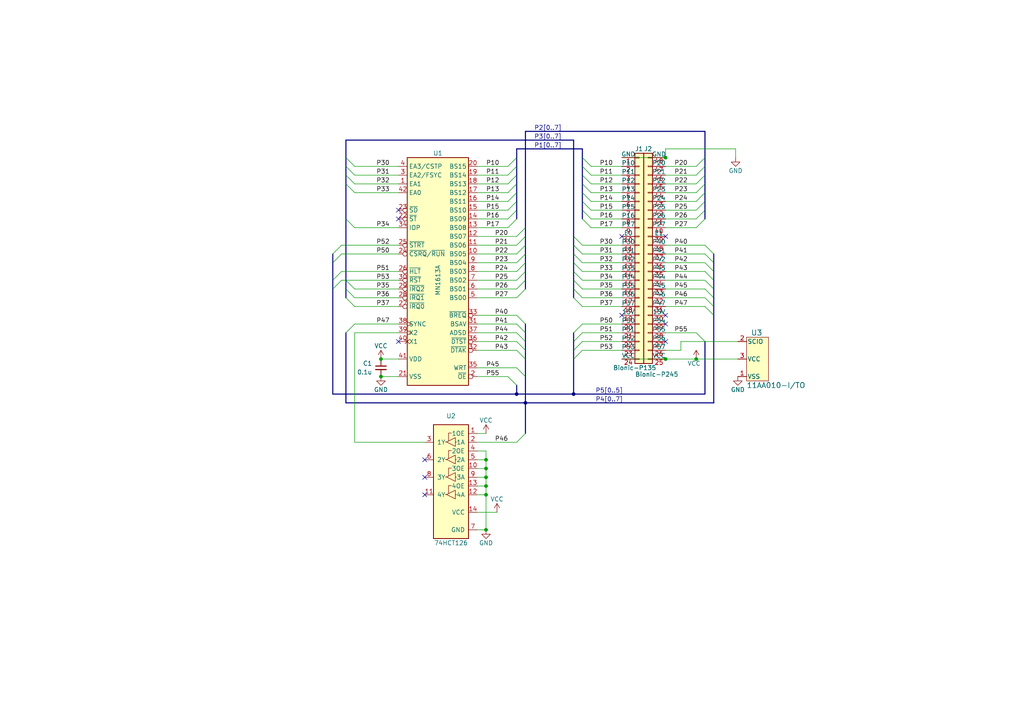
<source format=kicad_sch>
(kicad_sch (version 20230121) (generator eeschema)
  (paper "A4")
  (title_block (title "BionicMN1613A") (date "2022-01-19") (rev "1") (company "Tadashi G. Takaoka"))
  (lib_symbols
    (symbol "0-LocalLibrary:11AA010-I_TO" (pin_names (offset 0.254))
      (property "Reference" "U" (at 2.54 1.27 0))
      (property "Value" "11AA010-I/TO" (at 3.81 -13.97 0))
      (symbol "11AA010-I_TO_1_1"
        (rectangle (start 0 0) (end 6.35 -12.7) (fill (type background)))
        (pin power_in line (at -2.54 -11.43 0) (length 2.54) (name "VSS") (number "1"))
        (pin bidirectional line (at -2.54 -1.27 0) (length 2.54) (name "SCIO") (number "2"))
        (pin power_in line (at -2.54 -6.35 0) (length 2.54) (name "VCC") (number "3"))
      )
    )
    (symbol "0-LocalLibrary:74HCT126" (pin_names (offset 1.016))
      (property "Reference" "U" (at 0 16.51 0))
      (property "Value" "74HCT126" (at 0 -19.05 0))
      (symbol "74HCT126_0_1"
        (polyline (pts (xy -1.2954 10.2108) (xy -1.6002 10.2108)))
        (polyline (pts (xy 1.2954 10.2362) (xy 1.651 10.2362)))
        (polyline (pts (xy 0.7112 10.5664) (xy 0.7112 12.827) (xy -0.127 12.827) (xy -0.1016 12.827)))
      )
      (symbol "74HCT126_1_0"
        (polyline (pts (xy 1.27 10.2362) (xy -1.27 11.5062) (xy -1.27 8.9662) (xy 1.27 10.2362)) (stroke (width 0.1524)))
        (pin input line (at -7.62 12.7 0) (length 2.54) (name "1OE") (number "1"))
        (pin input line (at -7.62 2.54 0) (length 2.54) (name "3OE") (number "10"))
        (pin tri_state line (at 7.62 -5.08 180) (length 2.54) (name "4Y") (number "11"))
        (pin input line (at -7.62 -5.08 0) (length 2.54) (name "4A") (number "12"))
        (pin input line (at -7.62 -2.54 0) (length 2.54) (name "4OE") (number "13"))
        (pin power_in line (at -7.62 -10.16 0) (length 2.54) (name "VCC") (number "14"))
        (pin input line (at -7.62 10.16 0) (length 2.54) (name "1A") (number "2"))
        (pin tri_state line (at 7.62 10.16 180) (length 2.54) (name "1Y") (number "3"))
        (pin input line (at -7.62 7.62 0) (length 2.54) (name "2OE") (number "4"))
        (pin input line (at -7.62 5.08 0) (length 2.54) (name "2A") (number "5"))
        (pin tri_state line (at 7.62 5.08 180) (length 2.54) (name "2Y") (number "6"))
        (pin power_in line (at -7.62 -15.24 0) (length 2.54) (name "GND") (number "7"))
        (pin tri_state line (at 7.62 0 180) (length 2.54) (name "3Y") (number "8"))
        (pin input line (at -7.62 0 0) (length 2.54) (name "3A") (number "9"))
      )
      (symbol "74HCT126_1_1"
        (rectangle (start -5.08 15.24) (end 5.08 -17.78) (stroke (width 0.254)) (fill (type background)))
        (polyline (pts (xy -1.2954 -5.0292) (xy -1.6002 -5.0292)))
        (polyline (pts (xy -1.2954 0.0508) (xy -1.6002 0.0508)))
        (polyline (pts (xy -1.2954 5.1308) (xy -1.6002 5.1308)))
        (polyline (pts (xy 1.2954 -5.0038) (xy 1.651 -5.0038)))
        (polyline (pts (xy 1.2954 0.0762) (xy 1.651 0.0762)))
        (polyline (pts (xy 1.2954 5.1562) (xy 1.651 5.1562)))
        (polyline (pts (xy 0.7112 -4.6736) (xy 0.7112 -2.413) (xy -0.127 -2.413) (xy -0.1016 -2.413)))
        (polyline (pts (xy 0.7112 0.4064) (xy 0.7112 2.667) (xy -0.127 2.667) (xy -0.1016 2.667)))
        (polyline (pts (xy 0.7112 5.4864) (xy 0.7112 7.747) (xy -0.127 7.747) (xy -0.1016 7.747)))
        (polyline (pts (xy 1.27 -5.0038) (xy -1.27 -3.7338) (xy -1.27 -6.2738) (xy 1.27 -5.0038)) (stroke (width 0.1524)))
        (polyline (pts (xy 1.27 0.0762) (xy -1.27 1.3462) (xy -1.27 -1.1938) (xy 1.27 0.0762)) (stroke (width 0.1524)))
        (polyline (pts (xy 1.27 5.1562) (xy -1.27 6.4262) (xy -1.27 3.8862) (xy 1.27 5.1562)) (stroke (width 0.1524)))
      )
    )
    (symbol "0-LocalLibrary:Bionic-P135" (pin_names (offset 0))
      (property "Reference" "J" (at 0 30.48 0))
      (property "Value" "Bionic-P135" (at -1.27 -33.02 0))
      (symbol "Bionic-P135_1_1"
        (rectangle (start -1.27 -30.353) (end 0 -30.607) (stroke (width 0.1524)))
        (rectangle (start -1.27 -27.813) (end 0 -28.067) (stroke (width 0.1524)))
        (rectangle (start -1.27 -25.273) (end 0 -25.527) (stroke (width 0.1524)))
        (rectangle (start -1.27 -22.733) (end 0 -22.987) (stroke (width 0.1524)))
        (rectangle (start -1.27 -20.193) (end 0 -20.447) (stroke (width 0.1524)))
        (rectangle (start -1.27 -17.653) (end 0 -17.907) (stroke (width 0.1524)))
        (rectangle (start -1.27 -15.113) (end 0 -15.367) (stroke (width 0.1524)))
        (rectangle (start -1.27 -12.573) (end 0 -12.827) (stroke (width 0.1524)))
        (rectangle (start -1.27 -10.033) (end 0 -10.287) (stroke (width 0.1524)))
        (rectangle (start -1.27 -7.493) (end 0 -7.747) (stroke (width 0.1524)))
        (rectangle (start -1.27 -4.953) (end 0 -5.207) (stroke (width 0.1524)))
        (rectangle (start -1.27 -2.413) (end 0 -2.667) (stroke (width 0.1524)))
        (rectangle (start -1.27 0.127) (end 0 -0.127) (stroke (width 0.1524)))
        (rectangle (start -1.27 2.667) (end 0 2.413) (stroke (width 0.1524)))
        (rectangle (start -1.27 5.207) (end 0 4.953) (stroke (width 0.1524)))
        (rectangle (start -1.27 7.747) (end 0 7.493) (stroke (width 0.1524)))
        (rectangle (start -1.27 10.287) (end 0 10.033) (stroke (width 0.1524)))
        (rectangle (start -1.27 12.827) (end 0 12.573) (stroke (width 0.1524)))
        (rectangle (start -1.27 15.367) (end 0 15.113) (stroke (width 0.1524)))
        (rectangle (start -1.27 17.907) (end 0 17.653) (stroke (width 0.1524)))
        (rectangle (start -1.27 20.447) (end 0 20.193) (stroke (width 0.1524)))
        (rectangle (start -1.27 22.987) (end 0 22.733) (stroke (width 0.1524)))
        (rectangle (start -1.27 25.527) (end 0 25.273) (stroke (width 0.1524)))
        (rectangle (start -1.27 28.067) (end 0 27.813) (stroke (width 0.1524)))
        (rectangle (start -1.27 29.21) (end 1.27 -31.75) (stroke (width 0.254)) (fill (type background)))
        (pin power_out line (at -5.08 27.94 0) (length 3.81) (name "GND") (number "1"))
        (pin bidirectional line (at -5.08 5.08 0) (length 3.81) (name "E0") (number "10"))
        (pin bidirectional line (at -5.08 2.54 0) (length 3.81) (name "P30") (number "11"))
        (pin bidirectional line (at -5.08 0 0) (length 3.81) (name "P31") (number "12"))
        (pin bidirectional line (at -5.08 -2.54 0) (length 3.81) (name "P32") (number "13"))
        (pin bidirectional line (at -5.08 -5.08 0) (length 3.81) (name "P33") (number "14"))
        (pin bidirectional line (at -5.08 -7.62 0) (length 3.81) (name "P34") (number "15"))
        (pin bidirectional line (at -5.08 -10.16 0) (length 3.81) (name "P35") (number "16"))
        (pin bidirectional line (at -5.08 -12.7 0) (length 3.81) (name "P36") (number "17"))
        (pin bidirectional line (at -5.08 -15.24 0) (length 3.81) (name "P37") (number "18"))
        (pin power_out line (at -5.08 -17.78 0) (length 3.81) (name "15V") (number "19"))
        (pin bidirectional line (at -5.08 25.4 0) (length 3.81) (name "P10") (number "2"))
        (pin bidirectional line (at -5.08 -20.32 0) (length 3.81) (name "P50") (number "20"))
        (pin bidirectional line (at -5.08 -22.86 0) (length 3.81) (name "P51") (number "21"))
        (pin bidirectional line (at -5.08 -25.4 0) (length 3.81) (name "P52") (number "22"))
        (pin bidirectional line (at -5.08 -27.94 0) (length 3.81) (name "P53") (number "23"))
        (pin power_out line (at -5.08 -30.48 0) (length 3.81) (name "VCC") (number "24"))
        (pin bidirectional line (at -5.08 22.86 0) (length 3.81) (name "P11") (number "3"))
        (pin bidirectional line (at -5.08 20.32 0) (length 3.81) (name "P12") (number "4"))
        (pin bidirectional line (at -5.08 17.78 0) (length 3.81) (name "P13") (number "5"))
        (pin bidirectional line (at -5.08 15.24 0) (length 3.81) (name "P14") (number "6"))
        (pin bidirectional line (at -5.08 12.7 0) (length 3.81) (name "P15") (number "7"))
        (pin bidirectional line (at -5.08 10.16 0) (length 3.81) (name "P16") (number "8"))
        (pin bidirectional line (at -5.08 7.62 0) (length 3.81) (name "P17") (number "9"))
      )
    )
    (symbol "0-LocalLibrary:Bionic-P245" (pin_names (offset 0))
      (property "Reference" "J" (at -3.81 30.48 0))
      (property "Value" "Bionic-P245" (at -1.27 -33.02 0))
      (symbol "Bionic-P245_1_1"
        (rectangle (start -5.08 -31.75) (end -2.54 29.21) (stroke (width 0.254)) (fill (type background)))
        (rectangle (start -3.81 -30.607) (end -2.54 -30.353) (stroke (width 0.1524)))
        (rectangle (start -3.81 -28.067) (end -2.54 -27.813) (stroke (width 0.1524)))
        (rectangle (start -3.81 -25.527) (end -2.54 -25.273) (stroke (width 0.1524)))
        (rectangle (start -3.81 -22.987) (end -2.54 -22.733) (stroke (width 0.1524)))
        (rectangle (start -3.81 -20.447) (end -2.54 -20.193) (stroke (width 0.1524)))
        (rectangle (start -3.81 -17.907) (end -2.54 -17.653) (stroke (width 0.1524)))
        (rectangle (start -3.81 -15.367) (end -2.54 -15.113) (stroke (width 0.1524)))
        (rectangle (start -3.81 -12.827) (end -2.54 -12.573) (stroke (width 0.1524)))
        (rectangle (start -3.81 -10.287) (end -2.54 -10.033) (stroke (width 0.1524)))
        (rectangle (start -3.81 -7.747) (end -2.54 -7.493) (stroke (width 0.1524)))
        (rectangle (start -3.81 -5.207) (end -2.54 -4.953) (stroke (width 0.1524)))
        (rectangle (start -3.81 -2.667) (end -2.54 -2.413) (stroke (width 0.1524)))
        (rectangle (start -3.81 -0.127) (end -2.54 0.127) (stroke (width 0.1524)))
        (rectangle (start -3.81 2.413) (end -2.54 2.667) (stroke (width 0.1524)))
        (rectangle (start -3.81 4.953) (end -2.54 5.207) (stroke (width 0.1524)))
        (rectangle (start -3.81 7.493) (end -2.54 7.747) (stroke (width 0.1524)))
        (rectangle (start -3.81 10.033) (end -2.54 10.287) (stroke (width 0.1524)))
        (rectangle (start -3.81 12.573) (end -2.54 12.827) (stroke (width 0.1524)))
        (rectangle (start -3.81 15.113) (end -2.54 15.367) (stroke (width 0.1524)))
        (rectangle (start -3.81 17.653) (end -2.54 17.907) (stroke (width 0.1524)))
        (rectangle (start -3.81 20.193) (end -2.54 20.447) (stroke (width 0.1524)))
        (rectangle (start -3.81 22.733) (end -2.54 22.987) (stroke (width 0.1524)))
        (rectangle (start -3.81 25.273) (end -2.54 25.527) (stroke (width 0.1524)))
        (rectangle (start -3.81 27.813) (end -2.54 28.067) (stroke (width 0.1524)))
        (pin power_in line (at 1.27 -30.48 180) (length 3.81) (name "VCC") (number "25"))
        (pin bidirectional line (at 1.27 -27.94 180) (length 3.81) (name "P57") (number "26"))
        (pin bidirectional line (at 1.27 -25.4 180) (length 3.81) (name "P56") (number "27"))
        (pin bidirectional line (at 1.27 -22.86 180) (length 3.81) (name "P55") (number "28"))
        (pin bidirectional line (at 1.27 -20.32 180) (length 3.81) (name "P54") (number "29"))
        (pin power_in line (at 1.27 -17.78 180) (length 3.81) (name "15V") (number "30"))
        (pin bidirectional line (at 1.27 -15.24 180) (length 3.81) (name "P47") (number "31"))
        (pin bidirectional line (at 1.27 -12.7 180) (length 3.81) (name "P46") (number "32"))
        (pin bidirectional line (at 1.27 -10.16 180) (length 3.81) (name "P45") (number "33"))
        (pin bidirectional line (at 1.27 -7.62 180) (length 3.81) (name "P44") (number "34"))
        (pin bidirectional line (at 1.27 -5.08 180) (length 3.81) (name "P43") (number "35"))
        (pin bidirectional line (at 1.27 -2.54 180) (length 3.81) (name "P42") (number "36"))
        (pin bidirectional line (at 1.27 0 180) (length 3.81) (name "P41") (number "37"))
        (pin bidirectional line (at 1.27 2.54 180) (length 3.81) (name "P40") (number "38"))
        (pin bidirectional line (at 1.27 5.08 180) (length 3.81) (name "E1") (number "39"))
        (pin bidirectional line (at 1.27 7.62 180) (length 3.81) (name "P27") (number "40"))
        (pin bidirectional line (at 1.27 10.16 180) (length 3.81) (name "P26") (number "41"))
        (pin bidirectional line (at 1.27 12.7 180) (length 3.81) (name "P25") (number "42"))
        (pin bidirectional line (at 1.27 15.24 180) (length 3.81) (name "P24") (number "43"))
        (pin bidirectional line (at 1.27 17.78 180) (length 3.81) (name "P23") (number "44"))
        (pin bidirectional line (at 1.27 20.32 180) (length 3.81) (name "P22") (number "45"))
        (pin bidirectional line (at 1.27 22.86 180) (length 3.81) (name "P21") (number "46"))
        (pin bidirectional line (at 1.27 25.4 180) (length 3.81) (name "P20") (number "47"))
        (pin power_in line (at 1.27 27.94 180) (length 3.81) (name "GND") (number "48"))
      )
    )
    (symbol "0-LocalLibrary:MN1613A"
      (property "Reference" "U" (at -1.27 34.29 0))
      (property "Value" "MN1613A" (at -1.27 -6.35 90))
      (symbol "MN1613A_0_0"
        (pin output line (at -11.43 25.4 0) (length 2.54) (name "EA1") (number "1"))
        (pin output line (at -11.43 22.86 0) (length 2.54) (name "EA0") (number "42"))
      )
      (symbol "MN1613A_0_1"
        (rectangle (start -8.89 -33.02) (end 8.89 33.02) (stroke (width 0.254)) (fill (type background)))
      )
      (symbol "MN1613A_1_1"
        (pin output line (at 11.43 5.08 180) (length 2.54) (name "BS05") (number "10"))
        (pin output line (at 11.43 7.62 180) (length 2.54) (name "BS06") (number "11"))
        (pin output line (at 11.43 10.16 180) (length 2.54) (name "BS07") (number "12"))
        (pin output line (at 11.43 12.7 180) (length 2.54) (name "BS08") (number "13"))
        (pin output line (at 11.43 15.24 180) (length 2.54) (name "BS09") (number "14"))
        (pin output line (at 11.43 17.78 180) (length 2.54) (name "BS10") (number "15"))
        (pin output line (at 11.43 20.32 180) (length 2.54) (name "BS11") (number "16"))
        (pin output line (at 11.43 22.86 180) (length 2.54) (name "BS12") (number "17"))
        (pin output line (at 11.43 25.4 180) (length 2.54) (name "BS13") (number "18"))
        (pin output line (at 11.43 27.94 180) (length 2.54) (name "BS14") (number "19"))
        (pin output inverted (at 11.43 -30.48 180) (length 2.54) (name "~{OE}") (number "2"))
        (pin output line (at 11.43 30.48 180) (length 2.54) (name "BS15") (number "20"))
        (pin power_in line (at -11.43 -30.48 0) (length 2.54) (name "VSS") (number "21"))
        (pin output inverted (at -11.43 15.24 0) (length 2.54) (name "~{ST}") (number "22"))
        (pin output inverted (at -11.43 17.78 0) (length 2.54) (name "~{SD}") (number "23"))
        (pin input inverted (at -11.43 5.08 0) (length 2.54) (name "~{CSRQ}/~{RUN}") (number "24"))
        (pin input inverted (at -11.43 7.62 0) (length 2.54) (name "~{STRT}") (number "25"))
        (pin input inverted (at -11.43 0 0) (length 2.54) (name "~{HLT}") (number "26"))
        (pin input inverted (at -11.43 -10.16 0) (length 2.54) (name "~{IRQ0}") (number "27"))
        (pin input inverted (at -11.43 -7.62 0) (length 2.54) (name "~{IRQ1}") (number "28"))
        (pin input inverted (at -11.43 -5.08 0) (length 2.54) (name "~{IRQ2}") (number "29"))
        (pin output line (at -11.43 27.94 0) (length 2.54) (name "EA2/FSYC") (number "3"))
        (pin input inverted (at -11.43 -2.54 0) (length 2.54) (name "~{RST}") (number "30"))
        (pin input line (at 11.43 -15.24 180) (length 2.54) (name "BSAV") (number "31"))
        (pin input inverted (at 11.43 -22.86 180) (length 2.54) (name "~{DTAK}") (number "32"))
        (pin output inverted (at 11.43 -12.7 180) (length 2.54) (name "~{BREQ}") (number "33"))
        (pin output line (at -11.43 12.7 0) (length 2.54) (name "IOP") (number "34"))
        (pin output line (at 11.43 -27.94 180) (length 2.54) (name "WRT") (number "35"))
        (pin output inverted (at 11.43 -20.32 180) (length 2.54) (name "~{DTST}") (number "36"))
        (pin output line (at 11.43 -17.78 180) (length 2.54) (name "ADSD") (number "37"))
        (pin output clock (at -11.43 -15.24 0) (length 2.54) (name "SYNC") (number "38"))
        (pin input clock (at -11.43 -17.78 0) (length 2.54) (name "X2") (number "39"))
        (pin output line (at -11.43 30.48 0) (length 2.54) (name "EA3/CSTP") (number "4"))
        (pin passive non_logic (at -11.43 -20.32 0) (length 2.54) (name "X1") (number "40"))
        (pin power_in line (at -11.43 -25.4 0) (length 2.54) (name "VDD") (number "41"))
        (pin output line (at 11.43 -7.62 180) (length 2.54) (name "BS00") (number "5"))
        (pin output line (at 11.43 -5.08 180) (length 2.54) (name "BS01") (number "6"))
        (pin output line (at 11.43 -2.54 180) (length 2.54) (name "BS02") (number "7"))
        (pin output line (at 11.43 0 180) (length 2.54) (name "BS03") (number "8"))
        (pin output line (at 11.43 2.54 180) (length 2.54) (name "BS04") (number "9"))
      )
    )
    (symbol "Device:C_Small" (pin_numbers hide) (pin_names (offset 0.254) hide)
      (property "Reference" "C" (at 0.254 1.778 0))
      (property "Value" "C_Small" (at 0.254 -2.032 0))
      (symbol "C_Small_0_1"
        (polyline (pts (xy -1.524 -0.508) (xy 1.524 -0.508)) (stroke (width 0.3302)))
        (polyline (pts (xy -1.524 0.508) (xy 1.524 0.508)) (stroke (width 0.3048)))
      )
      (symbol "C_Small_1_1"
        (pin passive line (at 0 2.54 270) (length 2.032) (name "~") (number "1"))
        (pin passive line (at 0 -2.54 90) (length 2.032) (name "~") (number "2"))
      )
    )
    (symbol "power:GND" (power) (pin_names (offset 0))
      (property "Value" "GND" (at 0 -3.81 0))
      (symbol "GND_0_1"
        (polyline (pts (xy 0 0) (xy 0 -1.27) (xy 1.27 -1.27) (xy 0 -2.54) (xy -1.27 -1.27) (xy 0 -1.27)))
      )
      (symbol "GND_1_1"
        (pin power_in line (at 0 0 270) (length 0) hide (name "GND") (number "1"))
      )
    )
    (symbol "power:VCC" (power) (pin_names (offset 0))
      (property "Value" "VCC" (at 0 3.81 0))
      (symbol "VCC_0_1"
        (polyline (pts (xy -0.762 1.27) (xy 0 2.54)))
        (polyline (pts (xy 0 0) (xy 0 2.54)))
        (polyline (pts (xy 0 2.54) (xy 0.762 1.27)))
      )
      (symbol "VCC_1_1"
        (pin power_in line (at 0 0 90) (length 0) hide (name "VCC") (number "1"))
      )
    )
  )
  (junction (at 140.97 133.35))
  (junction (at 193.04 104.14))
  (junction (at 140.97 140.97))
  (junction (at 193.04 45.72))
  (junction (at 110.49 109.22))
  (junction (at 140.97 153.67))
  (junction (at 166.37 114.3))
  (junction (at 140.97 143.51))
  (junction (at 152.4 116.84))
  (junction (at 149.86 114.3))
  (junction (at 110.49 104.14))
  (junction (at 140.97 135.89))
  (junction (at 140.97 138.43))
  (junction (at 201.93 104.14))
  (no_connect (at 193.04 93.98))
  (no_connect (at 115.57 63.5))
  (no_connect (at 180.34 91.44))
  (no_connect (at 123.19 143.51))
  (no_connect (at 115.57 99.06))
  (no_connect (at 123.19 138.43))
  (no_connect (at 193.04 68.58))
  (no_connect (at 180.34 68.58))
  (no_connect (at 193.04 99.06))
  (no_connect (at 123.19 133.35))
  (no_connect (at 193.04 91.44))
  (no_connect (at 115.57 60.96))
  (bus_entry (at 171.45 60.96) (size -2.54 -2.54))
  (bus_entry (at 149.86 99.06) (size 2.54 2.54))
  (bus_entry (at 204.47 83.82) (size 2.54 2.54))
  (bus_entry (at 204.47 71.12) (size 2.54 2.54))
  (bus_entry (at 99.06 78.74) (size -2.54 2.54))
  (bus_entry (at 171.45 58.42) (size -2.54 -2.54))
  (bus_entry (at 204.47 78.74) (size 2.54 2.54))
  (bus_entry (at 147.32 58.42) (size 2.54 -2.54))
  (bus_entry (at 168.91 99.06) (size -2.54 2.54))
  (bus_entry (at 147.32 55.88) (size 2.54 -2.54))
  (bus_entry (at 149.86 101.6) (size 2.54 2.54))
  (bus_entry (at 152.4 66.04) (size -2.54 2.54))
  (bus_entry (at 204.47 63.5) (size -2.54 2.54))
  (bus_entry (at 100.33 86.36) (size 2.54 2.54))
  (bus_entry (at 168.91 101.6) (size -2.54 2.54))
  (bus_entry (at 152.4 76.2) (size -2.54 2.54))
  (bus_entry (at 204.47 53.34) (size -2.54 2.54))
  (bus_entry (at 152.4 73.66) (size -2.54 2.54))
  (bus_entry (at 171.45 50.8) (size -2.54 -2.54))
  (bus_entry (at 149.86 93.98) (size 2.54 2.54))
  (bus_entry (at 99.06 81.28) (size -2.54 2.54))
  (bus_entry (at 166.37 86.36) (size 2.54 2.54))
  (bus_entry (at 147.32 48.26) (size 2.54 -2.54))
  (bus_entry (at 168.91 93.98) (size -2.54 2.54))
  (bus_entry (at 171.45 66.04) (size -2.54 -2.54))
  (bus_entry (at 100.33 83.82) (size 2.54 2.54))
  (bus_entry (at 147.32 66.04) (size 2.54 -2.54))
  (bus_entry (at 166.37 81.28) (size 2.54 2.54))
  (bus_entry (at 171.45 63.5) (size -2.54 -2.54))
  (bus_entry (at 166.37 73.66) (size 2.54 2.54))
  (bus_entry (at 147.32 63.5) (size 2.54 -2.54))
  (bus_entry (at 204.47 60.96) (size -2.54 2.54))
  (bus_entry (at 149.86 106.68) (size 2.54 2.54))
  (bus_entry (at 168.91 96.52) (size -2.54 2.54))
  (bus_entry (at 152.4 125.73) (size -2.54 2.54))
  (bus_entry (at 204.47 58.42) (size -2.54 2.54))
  (bus_entry (at 166.37 83.82) (size 2.54 2.54))
  (bus_entry (at 100.33 53.34) (size 2.54 2.54))
  (bus_entry (at 102.87 50.8) (size -2.54 -2.54))
  (bus_entry (at 201.93 96.52) (size 2.54 2.54))
  (bus_entry (at 149.86 96.52) (size 2.54 2.54))
  (bus_entry (at 152.4 83.82) (size -2.54 2.54))
  (bus_entry (at 171.45 53.34) (size -2.54 -2.54))
  (bus_entry (at 204.47 45.72) (size -2.54 2.54))
  (bus_entry (at 99.06 71.12) (size -2.54 2.54))
  (bus_entry (at 149.86 91.44) (size 2.54 2.54))
  (bus_entry (at 152.4 71.12) (size -2.54 2.54))
  (bus_entry (at 147.32 60.96) (size 2.54 -2.54))
  (bus_entry (at 204.47 48.26) (size -2.54 2.54))
  (bus_entry (at 100.33 96.52) (size 2.54 -2.54))
  (bus_entry (at 100.33 81.28) (size 2.54 2.54))
  (bus_entry (at 166.37 71.12) (size 2.54 2.54))
  (bus_entry (at 152.4 78.74) (size -2.54 2.54))
  (bus_entry (at 102.87 53.34) (size -2.54 -2.54))
  (bus_entry (at 204.47 81.28) (size 2.54 2.54))
  (bus_entry (at 171.45 55.88) (size -2.54 -2.54))
  (bus_entry (at 171.45 48.26) (size -2.54 -2.54))
  (bus_entry (at 147.32 50.8) (size 2.54 -2.54))
  (bus_entry (at 102.87 48.26) (size -2.54 -2.54))
  (bus_entry (at 152.4 81.28) (size -2.54 2.54))
  (bus_entry (at 204.47 88.9) (size 2.54 2.54))
  (bus_entry (at 204.47 76.2) (size 2.54 2.54))
  (bus_entry (at 99.06 73.66) (size -2.54 2.54))
  (bus_entry (at 152.4 68.58) (size -2.54 2.54))
  (bus_entry (at 166.37 78.74) (size 2.54 2.54))
  (bus_entry (at 166.37 76.2) (size 2.54 2.54))
  (bus_entry (at 204.47 55.88) (size -2.54 2.54))
  (bus_entry (at 168.91 71.12) (size -2.54 -2.54))
  (bus_entry (at 100.33 63.5) (size 2.54 2.54))
  (bus_entry (at 204.47 50.8) (size -2.54 2.54))
  (bus_entry (at 147.32 53.34) (size 2.54 -2.54))
  (bus_entry (at 204.47 73.66) (size 2.54 2.54))
  (bus_entry (at 204.47 86.36) (size 2.54 2.54))
  (bus_entry (at 147.32 109.22) (size 2.54 2.54))
  (wire (pts (xy 180.34 48.26) (xy 171.45 48.26)))
  (wire (pts (xy 193.04 58.42) (xy 201.93 58.42)))
  (wire (pts (xy 99.06 71.12) (xy 115.57 71.12)))
  (bus (pts (xy 96.52 114.3) (xy 149.86 114.3)))
  (bus (pts (xy 166.37 40.64) (xy 166.37 68.58)))
  (wire (pts (xy 138.43 86.36) (xy 149.86 86.36)))
  (wire (pts (xy 138.43 73.66) (xy 149.86 73.66)))
  (wire (pts (xy 193.04 88.9) (xy 204.47 88.9)))
  (bus (pts (xy 207.01 88.9) (xy 207.01 91.44)))
  (bus (pts (xy 204.47 50.8) (xy 204.47 53.34)))
  (bus (pts (xy 166.37 68.58) (xy 166.37 71.12)))
  (wire (pts (xy 138.43 148.59) (xy 144.145 148.59)))
  (bus (pts (xy 152.4 81.28) (xy 152.4 83.82)))
  (wire (pts (xy 138.43 93.98) (xy 149.86 93.98)))
  (bus (pts (xy 152.4 101.6) (xy 152.4 104.14)))
  (wire (pts (xy 115.57 81.28) (xy 100.33 81.28)))
  (bus (pts (xy 152.4 116.84) (xy 100.33 116.84)))
  (wire (pts (xy 193.04 73.66) (xy 204.47 73.66)))
  (bus (pts (xy 166.37 83.82) (xy 166.37 86.36)))
  (bus (pts (xy 152.4 66.04) (xy 152.4 38.1)))
  (wire (pts (xy 168.91 101.6) (xy 180.34 101.6)))
  (wire (pts (xy 193.04 53.34) (xy 201.93 53.34)))
  (wire (pts (xy 115.57 96.52) (xy 102.87 96.52)))
  (bus (pts (xy 166.37 104.14) (xy 166.37 114.3)))
  (wire (pts (xy 180.34 83.82) (xy 168.91 83.82)))
  (wire (pts (xy 193.04 55.88) (xy 201.93 55.88)))
  (bus (pts (xy 149.86 58.42) (xy 149.86 60.96)))
  (wire (pts (xy 180.34 73.66) (xy 168.91 73.66)))
  (wire (pts (xy 138.43 101.6) (xy 149.86 101.6)))
  (wire (pts (xy 115.57 53.34) (xy 102.87 53.34)))
  (bus (pts (xy 152.4 68.58) (xy 152.4 71.12)))
  (bus (pts (xy 100.33 53.34) (xy 100.33 63.5)))
  (wire (pts (xy 201.93 104.14) (xy 213.995 104.14)))
  (wire (pts (xy 123.19 128.27) (xy 102.87 128.27)))
  (wire (pts (xy 180.34 71.12) (xy 168.91 71.12)))
  (bus (pts (xy 207.01 81.28) (xy 207.01 83.82)))
  (bus (pts (xy 166.37 73.66) (xy 166.37 76.2)))
  (wire (pts (xy 140.97 133.35) (xy 140.97 135.89)))
  (wire (pts (xy 138.43 50.8) (xy 147.32 50.8)))
  (bus (pts (xy 149.86 50.8) (xy 149.86 53.34)))
  (wire (pts (xy 102.87 83.82) (xy 115.57 83.82)))
  (bus (pts (xy 100.33 63.5) (xy 100.33 81.28)))
  (bus (pts (xy 166.37 76.2) (xy 166.37 78.74)))
  (bus (pts (xy 152.4 76.2) (xy 152.4 78.74)))
  (wire (pts (xy 138.43 71.12) (xy 149.86 71.12)))
  (bus (pts (xy 207.01 73.66) (xy 207.01 76.2)))
  (wire (pts (xy 138.43 130.81) (xy 140.97 130.81)))
  (wire (pts (xy 138.43 91.44) (xy 149.86 91.44)))
  (wire (pts (xy 193.04 43.18) (xy 193.04 45.72)))
  (wire (pts (xy 193.04 76.2) (xy 204.47 76.2)))
  (bus (pts (xy 166.37 96.52) (xy 166.37 99.06)))
  (wire (pts (xy 115.57 55.88) (xy 102.87 55.88)))
  (bus (pts (xy 168.91 50.8) (xy 168.91 53.34)))
  (wire (pts (xy 180.34 63.5) (xy 171.45 63.5)))
  (wire (pts (xy 193.04 48.26) (xy 201.93 48.26)))
  (bus (pts (xy 152.4 66.04) (xy 152.4 68.58)))
  (wire (pts (xy 168.91 93.98) (xy 180.34 93.98)))
  (wire (pts (xy 102.87 66.04) (xy 115.57 66.04)))
  (wire (pts (xy 180.34 45.72) (xy 193.04 45.72)))
  (wire (pts (xy 115.57 48.26) (xy 102.87 48.26)))
  (bus (pts (xy 149.86 114.3) (xy 166.37 114.3)))
  (wire (pts (xy 180.34 81.28) (xy 168.91 81.28)))
  (wire (pts (xy 138.43 48.26) (xy 147.32 48.26)))
  (wire (pts (xy 193.04 63.5) (xy 201.93 63.5)))
  (wire (pts (xy 193.04 71.12) (xy 204.47 71.12)))
  (bus (pts (xy 166.37 101.6) (xy 166.37 104.14)))
  (bus (pts (xy 204.47 58.42) (xy 204.47 60.96)))
  (wire (pts (xy 180.34 53.34) (xy 171.45 53.34)))
  (wire (pts (xy 138.43 76.2) (xy 149.86 76.2)))
  (bus (pts (xy 152.4 71.12) (xy 152.4 73.66)))
  (bus (pts (xy 100.33 40.64) (xy 166.37 40.64)))
  (bus (pts (xy 149.86 43.18) (xy 168.91 43.18)))
  (bus (pts (xy 152.4 78.74) (xy 152.4 81.28)))
  (bus (pts (xy 149.86 43.18) (xy 149.86 45.72)))
  (wire (pts (xy 193.04 43.18) (xy 213.36 43.18)))
  (wire (pts (xy 140.97 140.97) (xy 140.97 143.51)))
  (wire (pts (xy 100.33 81.28) (xy 99.06 81.28)))
  (bus (pts (xy 168.91 48.26) (xy 168.91 50.8)))
  (wire (pts (xy 168.91 88.9) (xy 180.34 88.9)))
  (bus (pts (xy 204.47 60.96) (xy 204.47 63.5)))
  (wire (pts (xy 180.34 58.42) (xy 171.45 58.42)))
  (bus (pts (xy 207.01 78.74) (xy 207.01 81.28)))
  (wire (pts (xy 168.91 86.36) (xy 180.34 86.36)))
  (wire (pts (xy 138.43 99.06) (xy 149.86 99.06)))
  (bus (pts (xy 96.52 81.28) (xy 96.52 83.82)))
  (wire (pts (xy 140.97 143.51) (xy 140.97 153.67)))
  (bus (pts (xy 207.01 83.82) (xy 207.01 86.36)))
  (wire (pts (xy 138.43 128.27) (xy 149.86 128.27)))
  (wire (pts (xy 138.43 78.74) (xy 149.86 78.74)))
  (wire (pts (xy 138.43 63.5) (xy 147.32 63.5)))
  (bus (pts (xy 168.91 45.72) (xy 168.91 48.26)))
  (bus (pts (xy 168.91 43.18) (xy 168.91 45.72)))
  (bus (pts (xy 207.01 91.44) (xy 207.01 116.84)))
  (wire (pts (xy 138.43 153.67) (xy 140.97 153.67)))
  (wire (pts (xy 168.91 96.52) (xy 180.34 96.52)))
  (wire (pts (xy 140.97 135.89) (xy 140.97 138.43)))
  (bus (pts (xy 149.86 55.88) (xy 149.86 58.42)))
  (bus (pts (xy 166.37 78.74) (xy 166.37 81.28)))
  (wire (pts (xy 180.34 55.88) (xy 171.45 55.88)))
  (wire (pts (xy 110.49 109.22) (xy 115.57 109.22)))
  (wire (pts (xy 138.43 81.28) (xy 149.86 81.28)))
  (bus (pts (xy 96.52 76.2) (xy 96.52 81.28)))
  (wire (pts (xy 138.43 55.88) (xy 147.32 55.88)))
  (wire (pts (xy 180.34 104.14) (xy 193.04 104.14)))
  (bus (pts (xy 204.47 45.72) (xy 204.47 48.26)))
  (bus (pts (xy 100.33 45.72) (xy 100.33 48.26)))
  (bus (pts (xy 152.4 93.98) (xy 152.4 96.52)))
  (bus (pts (xy 204.47 99.06) (xy 204.47 114.3)))
  (wire (pts (xy 180.34 66.04) (xy 171.45 66.04)))
  (wire (pts (xy 110.49 104.14) (xy 115.57 104.14)))
  (wire (pts (xy 102.87 88.9) (xy 115.57 88.9)))
  (bus (pts (xy 152.4 96.52) (xy 152.4 99.06)))
  (wire (pts (xy 115.57 73.66) (xy 99.06 73.66)))
  (bus (pts (xy 168.91 55.88) (xy 168.91 58.42)))
  (bus (pts (xy 168.91 60.96) (xy 168.91 63.5)))
  (bus (pts (xy 152.4 38.1) (xy 204.47 38.1)))
  (bus (pts (xy 152.4 73.66) (xy 152.4 76.2)))
  (wire (pts (xy 138.43 140.97) (xy 140.97 140.97)))
  (bus (pts (xy 96.52 83.82) (xy 96.52 114.3)))
  (wire (pts (xy 138.43 68.58) (xy 149.86 68.58)))
  (wire (pts (xy 180.34 78.74) (xy 168.91 78.74)))
  (bus (pts (xy 207.01 86.36) (xy 207.01 88.9)))
  (bus (pts (xy 166.37 81.28) (xy 166.37 83.82)))
  (bus (pts (xy 149.86 111.76) (xy 149.86 114.3)))
  (wire (pts (xy 138.43 133.35) (xy 140.97 133.35)))
  (wire (pts (xy 193.04 50.8) (xy 201.93 50.8)))
  (bus (pts (xy 152.4 109.22) (xy 152.4 116.84)))
  (bus (pts (xy 100.33 40.64) (xy 100.33 45.72)))
  (bus (pts (xy 168.91 58.42) (xy 168.91 60.96)))
  (bus (pts (xy 204.47 53.34) (xy 204.47 55.88)))
  (wire (pts (xy 213.36 43.18) (xy 213.36 45.72)))
  (wire (pts (xy 102.87 96.52) (xy 102.87 128.27)))
  (wire (pts (xy 138.43 83.82) (xy 149.86 83.82)))
  (wire (pts (xy 193.04 104.14) (xy 201.93 104.14)))
  (wire (pts (xy 193.04 81.28) (xy 204.47 81.28)))
  (wire (pts (xy 138.43 138.43) (xy 140.97 138.43)))
  (wire (pts (xy 193.04 83.82) (xy 204.47 83.82)))
  (wire (pts (xy 140.97 130.81) (xy 140.97 133.35)))
  (bus (pts (xy 204.47 48.26) (xy 204.47 50.8)))
  (wire (pts (xy 180.34 60.96) (xy 171.45 60.96)))
  (wire (pts (xy 138.43 60.96) (xy 147.32 60.96)))
  (bus (pts (xy 207.01 76.2) (xy 207.01 78.74)))
  (wire (pts (xy 138.43 143.51) (xy 140.97 143.51)))
  (wire (pts (xy 197.485 99.06) (xy 204.47 99.06)))
  (wire (pts (xy 99.06 78.74) (xy 115.57 78.74)))
  (wire (pts (xy 193.04 101.6) (xy 197.485 101.6)))
  (wire (pts (xy 193.04 66.04) (xy 201.93 66.04)))
  (bus (pts (xy 100.33 83.82) (xy 100.33 86.36)))
  (bus (pts (xy 100.33 48.26) (xy 100.33 50.8)))
  (bus (pts (xy 96.52 73.66) (xy 96.52 76.2)))
  (bus (pts (xy 149.86 60.96) (xy 149.86 63.5)))
  (wire (pts (xy 102.87 86.36) (xy 115.57 86.36)))
  (wire (pts (xy 138.43 135.89) (xy 140.97 135.89)))
  (wire (pts (xy 168.91 99.06) (xy 180.34 99.06)))
  (bus (pts (xy 100.33 81.28) (xy 100.33 83.82)))
  (bus (pts (xy 152.4 104.14) (xy 152.4 109.22)))
  (bus (pts (xy 152.4 99.06) (xy 152.4 101.6)))
  (wire (pts (xy 138.43 58.42) (xy 147.32 58.42)))
  (wire (pts (xy 180.34 76.2) (xy 168.91 76.2)))
  (wire (pts (xy 138.43 53.34) (xy 147.32 53.34)))
  (bus (pts (xy 166.37 71.12) (xy 166.37 73.66)))
  (bus (pts (xy 207.01 116.84) (xy 152.4 116.84)))
  (wire (pts (xy 193.04 78.74) (xy 204.47 78.74)))
  (wire (pts (xy 197.485 101.6) (xy 197.485 99.06)))
  (wire (pts (xy 138.43 125.73) (xy 140.97 125.73)))
  (bus (pts (xy 166.37 99.06) (xy 166.37 101.6)))
  (bus (pts (xy 100.33 50.8) (xy 100.33 53.34)))
  (wire (pts (xy 138.43 106.68) (xy 149.86 106.68)))
  (bus (pts (xy 149.86 53.34) (xy 149.86 55.88)))
  (wire (pts (xy 193.04 86.36) (xy 204.47 86.36)))
  (wire (pts (xy 138.43 109.22) (xy 147.32 109.22)))
  (wire (pts (xy 193.04 60.96) (xy 201.93 60.96)))
  (wire (pts (xy 138.43 96.52) (xy 149.86 96.52)))
  (wire (pts (xy 138.43 66.04) (xy 147.32 66.04)))
  (wire (pts (xy 204.47 99.06) (xy 213.995 99.06)))
  (bus (pts (xy 204.47 38.1) (xy 204.47 45.72)))
  (wire (pts (xy 140.97 138.43) (xy 140.97 140.97)))
  (bus (pts (xy 149.86 48.26) (xy 149.86 50.8)))
  (bus (pts (xy 100.33 96.52) (xy 100.33 116.84)))
  (bus (pts (xy 204.47 55.88) (xy 204.47 58.42)))
  (bus (pts (xy 149.86 45.72) (xy 149.86 48.26)))
  (wire (pts (xy 193.04 96.52) (xy 201.93 96.52)))
  (wire (pts (xy 102.87 93.98) (xy 115.57 93.98)))
  (bus (pts (xy 168.91 53.34) (xy 168.91 55.88)))
  (bus (pts (xy 152.4 116.84) (xy 152.4 125.73)))
  (bus (pts (xy 166.37 114.3) (xy 204.47 114.3)))
  (wire (pts (xy 180.34 50.8) (xy 171.45 50.8)))
  (wire (pts (xy 115.57 50.8) (xy 102.87 50.8)))
  (label "P17" (at 140.97 66.04 0))
  (label "P45" (at 140.97 106.68 0))
  (label "P23" (at 143.51 76.2 0))
  (label "P43" (at 143.51 101.6 0))
  (label "P15" (at 177.8 60.96 180))
  (label "P12" (at 140.97 53.34 0))
  (label "P35" (at 113.03 83.82 180))
  (label "P16" (at 140.97 63.5 0))
  (label "P45" (at 195.58 83.82 0))
  (label "P50" (at 177.8 93.98 180))
  (label "P4[0..7]" (at 172.72 116.84 0))
  (label "P32" (at 177.8 76.2 180))
  (label "P55" (at 140.97 109.22 0))
  (label "P55" (at 195.58 96.52 0))
  (label "P42" (at 143.51 99.06 0))
  (label "P24" (at 195.58 58.42 0))
  (label "P41" (at 143.51 93.98 0))
  (label "P13" (at 177.8 55.88 180))
  (label "P10" (at 177.8 48.26 180))
  (label "P10" (at 140.97 48.26 0))
  (label "P46" (at 143.51 128.27 0))
  (label "P21" (at 195.58 50.8 0))
  (label "P53" (at 113.03 81.28 180))
  (label "P40" (at 143.51 91.44 0))
  (label "P52" (at 177.8 99.06 180))
  (label "P20" (at 143.51 68.58 0))
  (label "P27" (at 195.58 66.04 0))
  (label "P24" (at 143.51 78.74 0))
  (label "P1[0..7]" (at 154.94 43.18 0))
  (label "P27" (at 143.51 86.36 0))
  (label "P15" (at 140.97 60.96 0))
  (label "P23" (at 195.58 55.88 0))
  (label "P31" (at 113.03 50.8 180))
  (label "P5[0..5]" (at 172.72 114.3 0))
  (label "P42" (at 195.58 76.2 0))
  (label "P41" (at 195.58 73.66 0))
  (label "P32" (at 113.03 53.34 180))
  (label "P14" (at 177.8 58.42 180))
  (label "P34" (at 113.03 66.04 180))
  (label "P52" (at 113.03 71.12 180))
  (label "P44" (at 143.51 96.52 0))
  (label "P43" (at 195.58 78.74 0))
  (label "P37" (at 113.03 88.9 180))
  (label "P20" (at 195.58 48.26 0))
  (label "P35" (at 177.8 83.82 180))
  (label "P44" (at 195.58 81.28 0))
  (label "P30" (at 113.03 48.26 180))
  (label "P33" (at 177.8 78.74 180))
  (label "P47" (at 113.03 93.98 180))
  (label "P17" (at 177.8 66.04 180))
  (label "P11" (at 140.97 50.8 0))
  (label "P12" (at 177.8 53.34 180))
  (label "P40" (at 195.58 71.12 0))
  (label "P13" (at 140.97 55.88 0))
  (label "P25" (at 195.58 60.96 0))
  (label "P16" (at 177.8 63.5 180))
  (label "P51" (at 177.8 96.52 180))
  (label "P22" (at 195.58 53.34 0))
  (label "P26" (at 143.51 83.82 0))
  (label "P31" (at 177.8 73.66 180))
  (label "P36" (at 113.03 86.36 180))
  (label "P53" (at 177.8 101.6 180))
  (label "P3[0..7]" (at 154.94 40.64 0))
  (label "P2[0..7]" (at 154.94 38.1 0))
  (label "P22" (at 143.51 73.66 0))
  (label "P21" (at 143.51 71.12 0))
  (label "P47" (at 195.58 88.9 0))
  (label "P51" (at 113.03 78.74 180))
  (label "P11" (at 177.8 50.8 180))
  (label "P36" (at 177.8 86.36 180))
  (label "P33" (at 113.03 55.88 180))
  (label "P34" (at 177.8 81.28 180))
  (label "P30" (at 177.8 71.12 180))
  (label "P37" (at 177.8 88.9 180))
  (label "P14" (at 140.97 58.42 0))
  (label "P46" (at 195.58 86.36 0))
  (label "P50" (at 113.03 73.66 180))
  (label "P25" (at 143.51 81.28 0))
  (label "P26" (at 195.58 63.5 0))
  (symbol (lib_id "Device:C_Small") (at 110.49 106.68 0) (mirror y) (unit 1)
    (property "Reference" "C1" (at 107.95 105.41 0) (effects (justify left)))
    (property "Value" "0.1u" (at 107.95 107.95 0) (effects (justify left)))
    (property "Footprint" "Capacitor_THT:C_Disc_D3.4mm_W2.1mm_P2.50mm" (effects hide))
  )
  (symbol (lib_id "0-LocalLibrary:74HCT126") (at 130.81 138.43 0) (mirror y) (unit 1)
    (property "Reference" "U2" (at 130.81 120.65 0))
    (property "Value" "74HCT126" (at 130.81 157.48 0))
    (property "Footprint" "Package_DIP:DIP-14_W7.62mm" (effects hide))
    (property "Datasheet" "https://www.ti.com/lit/ds/symlink/cd74hct126.pdf" (effects hide))
  )
  (symbol (lib_id "0-LocalLibrary:MN1613A") (at 127 78.74 0) (unit 1)
    (property "Reference" "U1" (at 127 44.45 0))
    (property "Value" "MN1613A" (at 127 81.28 90))
    (property "Footprint" "Package_DIP:DIP-42_W15.24mm" (effects hide))
    (property "Datasheet" "https://www.datasheetarchive.com/MN1613-datasheet.html" (effects hide))
  )
  (symbol (lib_id "power:VCC") (at 140.97 125.73 0) (unit 1)
    (property "Reference" "#PWR05" (effects hide))
    (property "Value" "VCC" (at 140.97 121.92 0))
  )
  (symbol (lib_id "power:VCC") (at 144.145 148.59 0) (unit 1)
    (property "Reference" "#PWR06" (effects hide))
    (property "Value" "VCC" (at 144.145 144.78 0))
  )
  (symbol (lib_id "power:GND") (at 213.995 109.22 0) (unit 1)
    (property "Reference" "#PWR08" (effects hide))
    (property "Value" "GND" (at 213.995 113.03 0))
  )
  (symbol (lib_id "power:GND") (at 110.49 109.22 0) (unit 1)
    (property "Reference" "#PWR03" (effects hide))
    (property "Value" "GND" (at 110.49 113.03 0))
  )
  (symbol (lib_id "power:VCC") (at 201.93 104.14 0) (unit 1)
    (property "Reference" "#PWR07" (effects hide))
    (property "Value" "VCC" (at 201.295 105.41 0))
  )
  (symbol (lib_id "0-LocalLibrary:Bionic-P245") (at 191.77 73.66 0) (unit 1)
    (property "Reference" "J2" (at 187.96 43.18 0))
    (property "Value" "Bionic-P245" (at 190.5 108.585 0))
    (property "Footprint" "connector:Bionic-P245_Vertical" (effects hide))
  )
  (symbol (lib_id "power:VCC") (at 110.49 104.14 0) (unit 1)
    (property "Reference" "#PWR04" (effects hide))
    (property "Value" "VCC" (at 110.49 100.33 0))
  )
  (symbol (lib_id "power:GND") (at 140.97 153.67 0) (unit 1)
    (property "Reference" "#PWR02" (effects hide))
    (property "Value" "GND" (at 140.97 157.48 0))
  )
  (symbol (lib_id "0-LocalLibrary:11AA010-I_TO") (at 216.535 97.79 0) (unit 1)
    (property "Reference" "U3" (at 217.805 96.52 0) (effects (font (size 1.524 1.524)) (justify left)))
    (property "Value" "11AA010-I/TO" (at 216.535 111.76 0) (effects (font (size 1.524 1.524)) (justify left)))
    (property "Footprint" "TO-92_MC_MCH" (effects hide))
    (property "Datasheet" "11AA010-I/TO" (effects hide))
  )
  (symbol (lib_id "power:GND") (at 213.36 45.72 0) (unit 1)
    (property "Reference" "#PWR01" (effects hide))
    (property "Value" "GND" (at 213.36 49.53 0))
  )
  (symbol (lib_id "0-LocalLibrary:Bionic-P135") (at 185.42 73.66 0) (unit 1)
    (property "Reference" "J1" (at 184.15 43.18 0) (effects (justify left)))
    (property "Value" "Bionic-P135" (at 177.8 106.68 0) (effects (justify left)))
    (property "Footprint" "connector:Bionic-P135_Vertical" (effects hide))
  )
)
</source>
